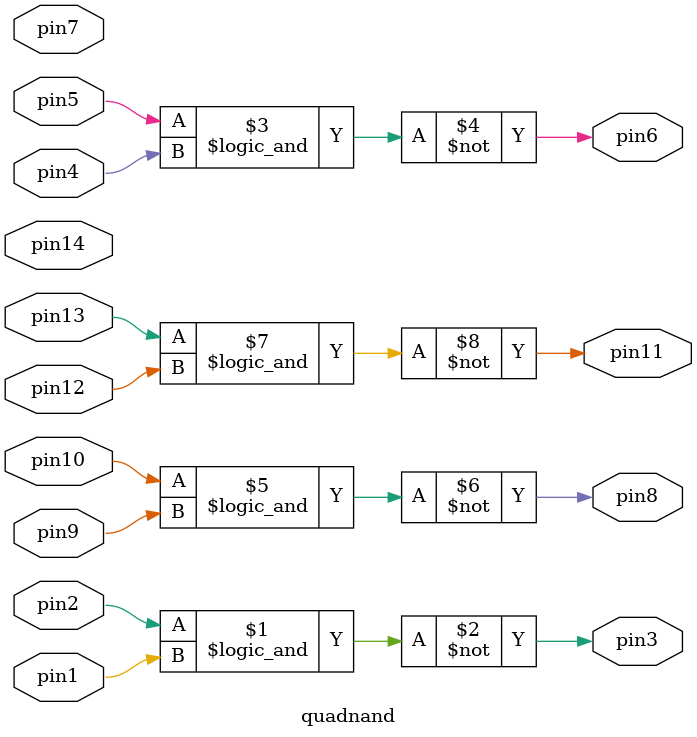
<source format=v>

module quadnand (
                 pin1,
                 pin2,
                 pin3,
                 pin4,
                 pin5,
                 pin6,
                 pin7,
                 pin8,
                 pin9,
                 pin10,
                 pin11,
                 pin12,
                 pin13,
                 pin14
                 );
   
   input wire  pin1;
   input wire  pin2;
   input wire  pin4;
   input wire  pin5;
   input wire  pin7;
   input wire  pin9;
   input wire  pin10;
   input wire  pin12;
   input wire  pin13;
   input wire  pin14;
   
   output wire pin3;
   output wire pin6;
   output wire pin8;
   output wire pin11;
   
   assign pin3 = ~(pin2 && pin1);     // 3 = ~(2 && 1)
   assign pin6 = ~(pin5 && pin4);     // 6 = ~(5 && 4)
   assign pin8 = ~(pin10 && pin9);    // 8 = ~(10 && 9)
   assign pin11 = ~(pin13 && pin12);  // 11 =~(13 && 12)
   
endmodule

</source>
